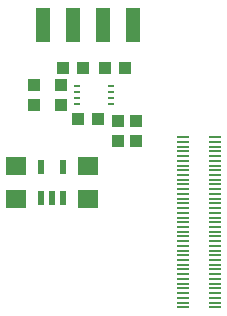
<source format=gbr>
G04 EAGLE Gerber RS-274X export*
G75*
%MOMM*%
%FSLAX34Y34*%
%LPD*%
%INSolderpaste Top*%
%IPPOS*%
%AMOC8*
5,1,8,0,0,1.08239X$1,22.5*%
G01*
%ADD10R,1.140000X0.200000*%
%ADD11R,1.100000X1.000000*%
%ADD12R,0.601600X0.250000*%
%ADD13R,1.000000X1.100000*%
%ADD14R,1.250000X3.000000*%
%ADD15R,0.550000X1.200000*%
%ADD16R,1.800000X1.600000*%


D10*
X259600Y229798D03*
X233200Y229798D03*
X259600Y225798D03*
X233200Y225798D03*
X259600Y221798D03*
X233200Y221798D03*
X259600Y217798D03*
X233200Y217798D03*
X259600Y213798D03*
X233200Y213798D03*
X259600Y209798D03*
X233200Y209798D03*
X259600Y205798D03*
X233200Y205798D03*
X259600Y201798D03*
X233200Y201798D03*
X259600Y197798D03*
X233200Y197798D03*
X259600Y193798D03*
X233200Y193798D03*
X259600Y189798D03*
X233200Y189798D03*
X259600Y185798D03*
X233200Y185798D03*
X259600Y181798D03*
X233200Y181798D03*
X259600Y177798D03*
X233200Y177798D03*
X259600Y173798D03*
X233200Y173798D03*
X259600Y169798D03*
X233200Y169798D03*
X259600Y165798D03*
X233200Y165798D03*
X259600Y161798D03*
X233200Y161798D03*
X259600Y157798D03*
X233200Y157798D03*
X259600Y153798D03*
X233200Y153798D03*
X259600Y149798D03*
X233200Y149798D03*
X259600Y145798D03*
X233200Y145798D03*
X259600Y141798D03*
X233200Y141798D03*
X259600Y137798D03*
X233200Y137798D03*
X259600Y133798D03*
X233200Y133798D03*
X259600Y129798D03*
X233200Y129798D03*
X259600Y125798D03*
X233200Y125798D03*
X259600Y121798D03*
X233200Y121798D03*
X259600Y117798D03*
X233200Y117798D03*
X259600Y113798D03*
X233200Y113798D03*
X259600Y109798D03*
X233200Y109798D03*
X259600Y105798D03*
X233200Y105798D03*
X259600Y101798D03*
X233200Y101798D03*
X259600Y97798D03*
X233200Y97798D03*
X259600Y93798D03*
X233200Y93798D03*
X259600Y89798D03*
X233200Y89798D03*
X259600Y233798D03*
X233200Y233798D03*
D11*
X148200Y292100D03*
X131200Y292100D03*
X166760Y292100D03*
X183760Y292100D03*
D12*
X171942Y261940D03*
X171942Y266940D03*
X171942Y271940D03*
X171942Y276940D03*
X143172Y261940D03*
X143172Y266940D03*
X143172Y271940D03*
X143172Y276940D03*
D13*
X129540Y260740D03*
X129540Y277740D03*
D11*
X160900Y248920D03*
X143900Y248920D03*
D13*
X106680Y277740D03*
X106680Y260740D03*
D14*
X139700Y329070D03*
X165100Y329070D03*
X190500Y329070D03*
X114300Y329070D03*
D15*
X112420Y182579D03*
X121920Y182579D03*
X131420Y182579D03*
X131420Y208581D03*
X112420Y208581D03*
D16*
X152400Y181580D03*
X152400Y209580D03*
X91440Y209580D03*
X91440Y181580D03*
D13*
X177800Y247260D03*
X177800Y230260D03*
X193040Y247260D03*
X193040Y230260D03*
M02*

</source>
